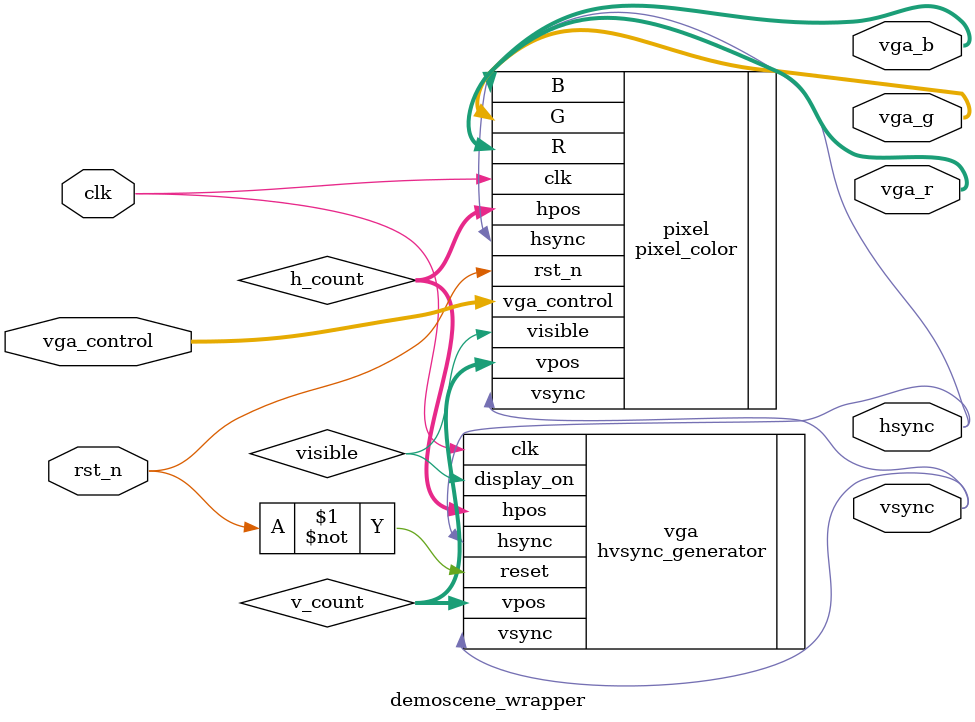
<source format=v>
module demoscene_wrapper (
    input clk, rst_n,
    input [7:0] vga_control,
    output [1:0] vga_r, vga_b, vga_g,
    output hsync, vsync
);
    reg [9:0] h_count, v_count;
    reg visible;

    hvsync_generator vga (
        .clk(clk),
        .reset(~rst_n),
        .hpos(h_count),
        .vpos(v_count),
        .display_on(visible),
        .hsync(hsync),
        .vsync(vsync)
    );

    pixel_color pixel (
        .clk(clk),
        .visible(visible),
        .hpos(h_count),
        .vpos(v_count),
        .hsync(hsync),
        .vsync(vsync),
        .rst_n(rst_n),
        .vga_control(vga_control),
        .R(vga_r),
        .G(vga_g),
        .B(vga_b)
    );

endmodule
</source>
